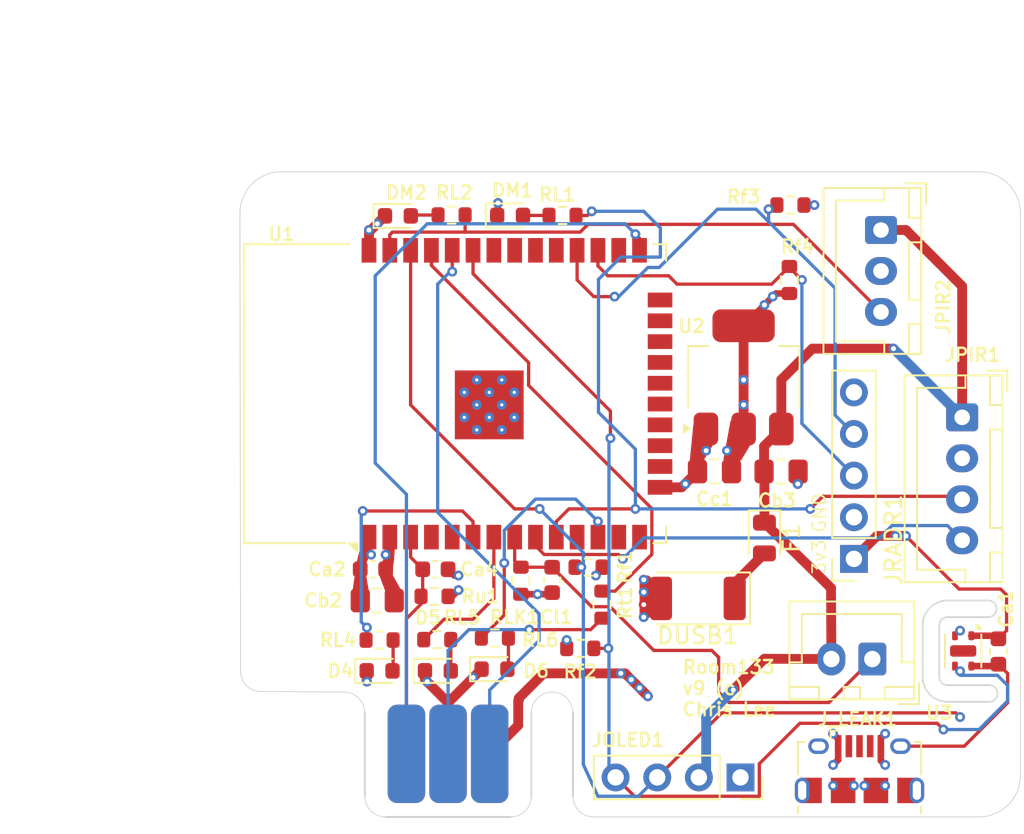
<source format=kicad_pcb>
(kicad_pcb (version 20240108) (generator "pcbnew") (generator_version "8.0")
  (layers (0 "F.Cu" signal) (1 "In1.Cu" signal) (2 "In2.Cu" signal) (31 "B.Cu" signal) (34 "B.Paste" user) (35 "F.Paste" user) (36 "B.SilkS" user "B.Silkscreen") (37 "F.SilkS" user "F.Silkscreen") (38 "B.Mask" user) (39 "F.Mask" user) (44 "Edge.Cuts" user))
  (net 0 "")
  (net 1 "+3.3V")
  (net 2 "GND")
  (net 3 "EN")
  (net 4 "+5V")
  (net 5 "Net-(D4-A)")
  (net 6 "Net-(D5-A)")
  (net 7 "Net-(D6-A)")
  (net 8 "Net-(DM1-A)")
  (net 9 "Net-(DM2-A)")
  (net 10 "VBUS")
  (net 11 "RXC")
  (net 12 "GPIO0")
  (net 13 "SCL1")
  (net 14 "SDA1")
  (net 15 "M1")
  (net 16 "TX")
  (net 19 "M2")
  (net 20 "ALK")
  (net 22 "LED3")
  (net 37 "Net-(DUSB1-K)")
  (net 41 "ALL")
  (net 43 "HLTX")
  (net 44 "HLRX")
  (net 45 "LED1")
  (net 46 "LED2")
  (net 47 "TXC")
  (footprint "Package_TO_SOT_SMD:SOT-223-3_TabPin2" (layer "F.Cu") (at 70.104 68.428 90)
    (property "Reference" "U2")
    (property "Value" "AMS1117-3.3")
  )
  (footprint "Connector_USB:USB_Micro-B_Amphenol_10118194_Horizontal" (layer "F.Cu") (at 77.176 92.332)
    (property "Reference" "J2" (hide yes))
    (property "Value" "USB_B_Micro" (hide yes))
  )
  (footprint "Capacitor_SMD:C_0805_2012Metric_Pad1.18x1.45mm_HandSolder" (layer "F.Cu") (at 72.39 74.168)
    (property "Reference" "Cb3")
    (property "Value" "10uF")
  )
  (footprint "Resistor_SMD:R_0603_1608Metric" (layer "F.Cu") (at 60.135 84.963 180)
    (property "Reference" "Rf2")
    (property "Value" "2.2k")
  )
  (footprint "Resistor_SMD:R_0603_1608Metric" (layer "F.Cu") (at 47.8911 84.455)
    (property "Reference" "RL4")
    (property "Value" "1k" (hide yes))
  )
  (footprint "LED_SMD:LED_0603_1608Metric" (layer "F.Cu") (at 47.891 86.3346)
    (property "Reference" "D4")
    (property "Value" "LED" (hide yes))
  )
  (footprint "Capacitor_SMD:C_0603_1608Metric" (layer "F.Cu") (at 85.650382 85.1554 -90)
    (property "Reference" "Ca1")
    (property "Value" "100nF")
  )
  (footprint "Resistor_SMD:R_0603_1608Metric" (layer "F.Cu") (at 61.468 82.296 -90)
    (property "Reference" "Rt1")
    (property "Value" "470")
  )
  (footprint "Resistor_SMD:R_0603_1608Metric" (layer "F.Cu") (at 51.245 81.788)
    (property "Reference" "Ru1")
    (property "Value" "10k")
  )
  (footprint "Resistor_SMD:R_0603_1608Metric" (layer "F.Cu") (at 51.4096 84.4296)
    (property "Reference" "RL5")
    (property "Value" "1k" (hide yes))
  )
  (footprint "MountingHole:MountingHole_2.5mm" (layer "F.Cu") (at 84.455 58.42)
    (property "Reference" "REF**" (hide yes))
    (property "Value" "MountingHole_2.5mm" (hide yes))
  )
  (footprint "Sensor_Humidity:Sensirion_DFN-4-1EP_2x2mm_P1mm_EP0.7x1.6mm" (layer "F.Cu") (at 83.499382 85.1194 -90)
    (property "Reference" "U3")
    (property "Value" "SHTC3")
  )
  (footprint "Resistor_SMD:R_0603_1608Metric" (layer "F.Cu") (at 72.961 57.912)
    (property "Reference" "Rf3")
    (property "Value" "2.2k" (hide yes))
  )
  (footprint "Resistor_SMD:R_0603_1608Metric" (layer "F.Cu") (at 56.515 80.835 -90)
    (property "Reference" "RLK1")
    (property "Value" "4.7M")
  )
  (footprint "MountingHole:MountingHole_2.5mm" (layer "F.Cu") (at 69.342 60.706)
    (property "Reference" "REF**" (hide yes))
    (property "Value" "MountingHole_2.5mm" (hide yes))
  )
  (footprint "Capacitor_SMD:C_0805_2012Metric_Pad1.18x1.45mm_HandSolder" (layer "F.Cu") (at 68.326 74.168 180)
    (property "Reference" "Cc1")
    (property "Value" "47uF")
  )
  (footprint "Resistor_SMD:R_0603_1608Metric" (layer "F.Cu") (at 60.642 80.01)
    (property "Reference" "Rf1")
    (property "Value" "2.2k")
  )
  (footprint "Diode_SMD:D_0805_2012Metric" (layer "F.Cu") (at 71.374 78.232 -90)
    (property "Reference" "F1")
    (property "Value" "0.5A")
  )
  (footprint "Library:EdgeConnectorA_2x3" (layer "F.Cu") (at 52.07 93.98 180)
    (property "Reference" "J1" (hide yes))
    (property "Value" "Edge2x6_Connector" (hide yes))
    (fp_line (start 5.08 0) (end 5.08 5.08) (stroke (width 0.12)) (layer "Edge.Cuts"))
    (fp_line (start -3.81 -1.27) (end 3.81 -1.27) (stroke (width 0.12)) (layer "Edge.Cuts"))
    (fp_line (start -5.08 5.08) (end -5.08 0) (stroke (width 0.12)) (layer "Edge.Cuts"))
    (fp_line (start -7.62 5.08) (end -7.62 0) (stroke (width 0.12)) (layer "Edge.Cuts"))
    (fp_arc (start 3.81 -1.27) (mid 4.708026 -0.898026) (end 5.08 0) (stroke (width 0.05)) (layer "Edge.Cuts"))
    (fp_arc (start -5.08 5.08) (mid -6.35 6.35) (end -7.62 5.08) (stroke (width 0.05)) (layer "Edge.Cuts"))
    (fp_arc (start -5.08 0) (mid -4.708026 -0.898026) (end -3.81 -1.27) (stroke (width 0.05)) (layer "Edge.Cuts"))
  )
  (footprint "MountingHole:MountingHole_2.5mm" (layer "F.Cu") (at 84.455 92.71)
    (property "Reference" "REF**" (hide yes))
    (property "Value" "MountingHole_2.5mm" (hide yes))
  )
  (footprint "Resistor_SMD:R_0603_1608Metric" (layer "F.Cu") (at 72.898 62.484 -90)
    (property "Reference" "Rf4")
    (property "Value" "2.2k" (hide yes))
  )
  (footprint "Resistor_SMD:R_0603_1608Metric" (layer "F.Cu") (at 52.2854 58.5216 180)
    (property "Reference" "RL2")
    (property "Value" "1k" (hide yes))
  )
  (footprint "Resistor_SMD:R_0603_1608Metric" (layer "F.Cu") (at 54.927 84.328)
    (property "Reference" "RL6")
    (property "Value" "1k" (hide yes))
  )
  (footprint "Capacitor_SMD:C_0603_1608Metric" (layer "F.Cu") (at 58.42 80.785 -90)
    (property "Reference" "Cl1")
    (property "Value" "100nF")
  )
  (footprint "Resistor_SMD:R_0603_1608Metric" (layer "F.Cu") (at 59.055 58.547 180)
    (property "Reference" "RL1")
    (property "Value" "1k" (hide yes))
  )
  (footprint "Connector_JST:JST_XH_B2B-XH-A_1x02_P2.50mm_Vertical" (layer "F.Cu") (at 77.958 85.615 180)
    (property "Reference" "J_LEAK1")
    (property "Value" "Conn_01x02" (hide yes))
  )
  (footprint "Connector_PinSocket_2.54mm:PinSocket_1x05_P2.54mm_Vertical" (layer "F.Cu") (at 76.835 79.502 180)
    (property "Reference" "JRADR1")
    (property "Value" "Conn_01x05_Socket" (hide yes))
  )
  (footprint "Capacitor_SMD:C_0805_2012Metric_Pad1.18x1.45mm_HandSolder" (layer "F.Cu") (at 47.752 82.042 180)
    (property "Reference" "Cb2")
    (property "Value" "10uF")
  )
  (footprint "Diode_SMD:D_2010_5025Metric" (layer "F.Cu") (at 67.31 81.915 180)
    (property "Reference" "DUSB1")
    (property "Value" "SS14")
  )
  (footprint "Connector_PinSocket_2.54mm:PinSocket_1x04_P2.54mm_Vertical" (layer "F.Cu") (at 69.9135 92.837 -90)
    (property "Reference" "JOLED1")
    (property "Value" "Conn_01x04_Socket" (hide yes))
  )
  (footprint "LED_SMD:LED_0603_1608Metric" (layer "F.Cu") (at 51.4471 86.3346)
    (property "Reference" "D5")
    (property "Value" "LED" (hide yes))
  )
  (footprint "Capacitor_SMD:C_0603_1608Metric" (layer "F.Cu") (at 47.485 80.137 180)
    (property "Reference" "Ca2")
    (property "Value" "100nF")
  )
  (footprint "Capacitor_SMD:C_0603_1608Metric" (layer "F.Cu") (at 51.295 80.137 180)
    (property "Reference" "Ca4")
    (property "Value" "100nF")
  )
  (footprint "LED_SMD:LED_0603_1608Metric" (layer "F.Cu") (at 54.9015 86.233)
    (property "Reference" "D6")
    (property "Value" "LED" (hide yes))
  )
  (footprint "Connector_JST:JST_XH_B3B-XH-A_1x03_P2.50mm_Vertical" (layer "F.Cu") (at 78.486 59.436 -90)
    (property "Reference" "JPIR2")
    (property "Value" "Conn_01x03_Pin" (hide yes))
  )
  (footprint "Connector_JST:JST_XH_B4B-XH-A_1x04_P2.50mm_Vertical" (layer "F.Cu") (at 83.439 70.866 -90)
    (property "Reference" "JPIR1")
    (property "Value" "Conn_01x04_Pin" (hide yes))
  )
  (footprint "RF_Module:ESP32-WROOM-32" (layer "F.Cu") (at 55.494 69.425 90)
    (property "Reference" "U1")
    (property "Value" "ESP32-WROOM-32")
  )
  (footprint "LED_SMD:LED_0603_1608Metric" (layer "F.Cu") (at 49.0087 58.5724)
    (property "Reference" "DM2")
    (property "Value" "LED" (hide yes))
  )
  (footprint "LED_SMD:LED_0603_1608Metric" (layer "F.Cu") (at 55.8545 58.547)
    (property "Reference" "DM1")
    (property "Value" "LED" (hide yes))
  )
  (gr_line (start 39.37 58.42) (end 39.41 86.36) (stroke (width 0.05)) (layer "Edge.Cuts"))
  (gr_line (start 86.995 58.42) (end 86.995 92.71) (stroke (width 0.05)) (layer "Edge.Cuts"))
  (gr_line (start 85.09 88.225159) (end 82.55 88.225159) (stroke (width 0.1)) (layer "Edge.Cuts"))
  (gr_arc (start 86.995 92.71) (mid 86.251051 94.506051) (end 84.455 95.25) (stroke (width 0.05)) (layer "Edge.Cuts"))
  (gr_arc (start 39.37 58.42) (mid 40.113949 56.623949) (end 41.91 55.88) (stroke (width 0.05)) (layer "Edge.Cuts"))
  (gr_arc (start 60.96 95.25) (mid 60.061974 94.878026) (end 59.69 93.98) (stroke (width 0.05)) (layer "Edge.Cuts"))
  (gr_arc (start 82.55 87.209159) (mid 82.190783 87.060377) (end 82.042 86.701159) (stroke (width 0.1)) (layer "Edge.Cuts"))
  (gr_line (start 81.026 86.701159) (end 81.026 83.566) (stroke (width 0.1)) (layer "Edge.Cuts"))
  (gr_arc (start 45.72 87.63) (mid 46.618026 88.001974) (end 46.99 88.9) (stroke (width 0.05)) (layer "Edge.Cuts"))
  (gr_arc (start 81.026 83.566) (mid 81.4724 82.4884) (end 82.55 82.042) (stroke (width 0.1)) (layer "Edge.Cuts"))
  (gr_arc (start 82.55 88.225159) (mid 81.472362 87.778798) (end 81.026 86.701159) (stroke (width 0.1)) (layer "Edge.Cuts"))
  (gr_line (start 85.028369 83.058) (end 82.55 83.058) (stroke (width 0.1)) (layer "Edge.Cuts"))
  (gr_line (start 82.042 83.566) (end 82.042 86.701159) (stroke (width 0.1)) (layer "Edge.Cuts"))
  (gr_arc (start 84.455 55.88) (mid 86.251051 56.623949) (end 86.995 58.42) (stroke (width 0.05)) (layer "Edge.Cuts"))
  (gr_line (start 84.455 95.25) (end 60.96 95.25) (stroke (width 0.05)) (layer "Edge.Cuts"))
  (gr_arc (start 40.64 87.59) (mid 39.770259 87.229741) (end 39.41 86.36) (stroke (width 0.05)) (layer "Edge.Cuts"))
  (gr_arc (start 85.028369 82.042) (mid 85.536369 82.55) (end 85.028369 83.058) (stroke (width 0.1)) (layer "Edge.Cuts"))
  (gr_arc (start 85.09 87.209159) (mid 85.598 87.717159) (end 85.09 88.225159) (stroke (width 0.1)) (layer "Edge.Cuts"))
  (gr_arc (start 82.042 83.566) (mid 82.190819 83.206818) (end 82.55 83.058) (stroke (width 0.1)) (layer "Edge.Cuts"))
  (gr_line (start 40.64 87.59) (end 45.72 87.629371) (stroke (width 0.05)) (layer "Edge.Cuts"))
  (gr_line (start 82.55 82.042) (end 85.028369 82.042) (stroke (width 0.1)) (layer "Edge.Cuts"))
  (gr_line (start 41.91 55.88) (end 84.455 55.88) (stroke (width 0.05)) (layer "Edge.Cuts"))
  (gr_line (start 82.55 87.209159) (end 85.09 87.209159) (stroke (width 0.1)) (layer "Edge.Cuts"))
  (gr_text "GND" (at 75.184 77.978 90) (layer "F.SilkS") (effects (font (size 0.8 0.8) (thickness 0.1)) (justify left bottom)))
  (gr_text "Room133\nv9 (c)\nChris Lee" (at 66.294 89.154 0) (layer "F.SilkS") (effects (font (size 0.8 0.8)) (justify left bottom)))
  (gr_text "3v3" (at 75.184 80.518 90) (layer "F.SilkS") (effects (font (size 0.8 0.8) (thickness 0.1)) (justify left bottom)))
  (segment (start 61.467 80.01) (end 61.467 80.138) (width 0.4) (layer "F.Cu") (net 1))
  (segment (start 59.309 84.455) (end 59.31 84.456) (width 0.4) (layer "F.Cu") (net 1))
  (segment (start 78.232 78.105) (end 76.835 79.502) (width 0.6) (layer "F.Cu") (net 1))
  (segment (start 85.650382 84.3804) (end 86.150491 83.880291) (width 0.2) (layer "F.Cu") (net 1))
  (segment (start 83.999382 84.1944) (end 85.464382 84.1944) (width 0.4) (layer "F.Cu") (net 1))
  (segment (start 72.898 63.309) (end 72.073 63.309) (width 0.4) (layer "F.Cu") (net 1))
  (segment (start 83.2485 81.3435) (end 80.01 78.105) (width 0.2) (layer "F.Cu") (net 1))
  (segment (start 85.7885 81.3435) (end 83.2485 81.3435) (width 0.2) (layer "F.Cu") (net 1))
  (segment (start 70.104 71.578) (end 70.104 70.104) (width 0.6) (layer "F.Cu") (net 1))
  (segment (start 73.786 57.912) (end 74.422 57.912) (width 0.4) (layer "F.Cu") (net 1))
  (segment (start 80.01 78.105) (end 79.375 78.105) (width 0.6) (layer "F.Cu") (net 1))
  (segment (start 71.374 64.008) (end 70.104 65.278) (width 0.4) (layer "F.Cu") (net 1))
  (segment (start 52.07 81.788) (end 52.324 81.788) (width 0.4) (layer "F.Cu") (net 1))
  (segment (start 86.150491 81.705491) (end 85.7885 81.3435) (width 0.2) (layer "F.Cu") (net 1))
  (segment (start 59.31 84.963) (end 59.309 84.455) (width 0.4) (layer "F.Cu") (net 1))
  (segment (start 61.467 80.138) (end 61.087 80.518) (width 0.4) (layer "F.Cu") (net 1))
  (segment (start 70.104 70.104) (end 70.104 68.58) (width 0.6) (layer "F.Cu") (net 1))
  (segment (start 72.073 63.309) (end 71.882 63.5) (width 0.4) (layer "F.Cu") (net 1))
  (segment (start 79.375 78.105) (end 78.232 78.105) (width 0.6) (layer "F.Cu") (net 1))
  (segment (start 86.150491 83.880291) (end 86.150491 81.705491) (width 0.2) (layer "F.Cu") (net 1))
  (segment (start 71.882 63.5) (end 71.374 64.008) (width 0.4) (layer "F.Cu") (net 1))
  (segment (start 52.324 81.788) (end 52.705 81.407) (width 0.4) (layer "F.Cu") (net 1))
  (segment (start 85.464382 84.1944) (end 85.650382 84.3804) (width 0.4) (layer "F.Cu") (net 1))
  (segment (start 70.104 68.58) (end 70.104 65.278) (width 0.6) (layer "F.Cu") (net 1))
  (via (at 80.01 78.105) (size 0.6) (drill 0.3) (layers "F.Cu" "B.Cu") (net 1))
  (via (at 70.104 68.58) (size 0.6) (drill 0.3) (layers "F.Cu" "B.Cu") (net 1))
  (via (at 61.087 80.518) (size 0.6) (drill 0.3) (layers "F.Cu" "B.Cu") (net 1))
  (via (at 71.374 64.008) (size 0.6) (drill 0.3) (layers "F.Cu" "B.Cu") (net 1))
  (via (at 59.309 84.455) (size 0.6) (drill 0.3) (layers "F.Cu" "B.Cu") (net 1))
  (via (at 79.375 78.105) (size 0.6) (drill 0.3) (layers "F.Cu" "B.Cu") (net 1))
  (via (at 70.104 70.104) (size 0.6) (drill 0.3) (layers "F.Cu" "B.Cu") (net 1))
  (via (at 71.882 63.5) (size 0.6) (drill 0.3) (layers "F.Cu" "B.Cu") (net 1))
  (via (at 48.26 79.248) (size 0.6) (drill 0.3) (layers "F.Cu" "B.Cu") (net 1))
  (via (at 69.088 72.898) (size 0.6) (drill 0.3) (layers "F.Cu" "B.Cu") (net 1))
  (via (at 52.705 81.407) (size 0.6) (drill 0.3) (layers "F.Cu" "B.Cu") (net 1))
  (via (at 74.422 57.912) (size 0.6) (drill 0.3) (layers "F.Cu" "B.Cu") (net 1))
  (segment (start 86.211874 88.286126) (end 86.211874 86.491892) (width 0.2) (layer "F.Cu") (net 2))
  (segment (start 47.7386 59.055) (end 47.3576 59.436) (width 0.6) (layer "F.Cu") (net 2))
  (segment (start 55.067 58.547) (end 55.118 57.785) (width 0.4) (layer "F.Cu") (net 2))
  (segment (start 73.406 74.93) (end 73.4275 74.9085) (width 0.6) (layer "F.Cu") (net 2))
  (segment (start 65.004 75.135) (end 66.3215 75.135) (width 0.6) (layer "F.Cu") (net 2))
  (segment (start 47.752 59.0416) (end 47.752 59.055) (width 0.6) (layer "F.Cu") (net 2))
  (segment (start 47.3576 59.436) (end 47.244 59.436) (width 0.6) (layer "F.Cu") (net 2))
  (segment (start 50.8 86.995) (end 50.788 86.995) (width 0.6) (layer "F.Cu") (net 2))
  (segment (start 50.788 86.995) (end 50.6596 86.8666) (width 0.6) (layer "F.Cu") (net 2))
  (segment (start 66.5265 74.93) (end 66.548 74.93) (width 0.6) (layer "F.Cu") (net 2))
  (segment (start 53.594 86.741) (end 53.606 86.741) (width 0.6) (layer "F.Cu") (net 2))
  (segment (start 57.277 81.661) (end 57.278 81.66) (width 0.4) (layer "F.Cu") (net 2))
  (segment (start 53.606 86.741) (end 54.114 86.233) (width 0.6) (layer "F.Cu") (net 2))
  (segment (start 57.278 81.66) (end 57.784 81.66) (width 0.4) (layer "F.Cu") (net 2))
  (segment (start 83.566 90.932) (end 86.211874 88.286126) (width 0.2) (layer "F.Cu") (net 2))
  (segment (start 53.594 86.753) (end 53.594 86.741) (width 0.6) (layer "F.Cu") (net 2))
  (segment (start 57.784 81.66) (end 57.785 81.661) (width 0.4) (layer "F.Cu") (net 2))
  (segment (start 86.211874 86.491892) (end 85.650382 85.9304) (width 0.2) (layer "F.Cu") (net 2))
  (segment (start 57.785 81.661) (end 57.786 81.66) (width 0.4) (layer "F.Cu") (net 2))
  (segment (start 66.548 74.9085) (end 67.2885 74.168) (width 0.6) (layer "F.Cu") (net 2))
  (segment (start 66.548 74.93) (end 66.548 74.9085) (width 0.6) (layer "F.Cu") (net 2))
  (segment (start 78.476 90.434) (end 78.74 90.17) (width 0.4) (layer "F.Cu") (net 2))
  (segment (start 66.3215 75.135) (end 66.5265 74.93) (width 0.6) (layer "F.Cu") (net 2))
  (segment (start 47.1035 86.3346) (end 47.1035 86.9815) (width 0.6) (layer "F.Cu") (net 2))
  (segment (start 50.6596 86.8666) (end 50.6596 86.3346) (width 0.6) (layer "F.Cu") (net 2))
  (segment (start 50.8 87.007) (end 50.8 86.995) (width 0.6) (layer "F.Cu") (net 2))
  (segment (start 47.1035 86.9815) (end 47.117 86.995) (width 0.6) (layer "F.Cu") (net 2))
  (segment (start 52.451 80.518) (end 52.07 80.137) (width 0.4) (layer "F.Cu") (net 2))
  (segment (start 78.476 91.811) (end 78.74 92.075) (width 0.4) (layer "F.Cu") (net 2))
  (segment (start 58.32 81.66) (end 58.42 81.56) (width 0.4) (layer "F.Cu") (net 2))
  (segment (start 47.752 59.055) (end 47.7386 59.055) (width 0.6) (layer "F.Cu") (net 2))
  (segment (start 73.4275 74.168) (end 73.406 74.93) (width 0.6) (layer "F.Cu") (net 2))
  (segment (start 79.676 90.932) (end 83.566 90.932) (width 0.2) (layer "F.Cu") (net 2))
  (segment (start 48.2212 58.5724) (end 47.752 59.0416) (width 0.6) (layer "F.Cu") (net 2))
  (segment (start 47.244 59.5496) (end 47.244 60.675) (width 0.6) (layer "F.Cu") (net 2))
  (segment (start 85.536382 86.0444) (end 85.650382 85.9304) (width 0.4) (layer "F.Cu") (net 2))
  (segment (start 52.705 80.518) (end 52.451 80.518) (width 0.4) (layer "F.Cu") (net 2))
  (segment (start 78.476 90.932) (end 78.476 90.434) (width 0.4) (layer "F.Cu") (net 2))
  (segment (start 52.07 88.277) (end 50.8 87.007) (width 0.6) (layer "F.Cu") (net 2))
  (segment (start 52.07 88.277) (end 53.594 86.753) (width 0.6) (layer "F.Cu") (net 2))
  (segment (start 83.999382 86.0444) (end 85.536382 86.0444) (width 0.4) (layer "F.Cu") (net 2))
  (segment (start 52.07 91.4) (end 52.07 88.277) (width 0.6) (layer "F.Cu") (net 2))
  (segment (start 78.476 90.932) (end 78.476 91.811) (width 0.4) (layer "F.Cu") (net 2))
  (segment (start 57.786 81.66) (end 58.32 81.66) (width 0.4) (layer "F.Cu") (net 2))
  (segment (start 57.276 81.66) (end 57.277 81.661) (width 0.4) (layer "F.Cu") (net 2))
  (segment (start 47.244 59.436) (end 47.244 59.5496) (width 0.6) (layer "F.Cu") (net 2))
  (segment (start 56.515 81.66) (end 57.276 81.66) (width 0.4) (layer "F.Cu") (net 2))
  (via (at 76.835 93.345) (size 0.6) (drill 0.3) (layers "F.Cu" "B.Cu") (net 2))
  (via (at 78.74 93.345) (size 0.6) (drill 0.3) (layers "F.Cu" "B.Cu") (net 2))
  (via (at 66.548 74.93) (size 0.6) (drill 0.3) (layers "F.Cu" "B.Cu") (net 2))
  (via (at 50.8 86.995) (size 0.6) (drill 0.3) (layers "F.Cu" "B.Cu") (net 2))
  (via (at 47.752 59.055) (size 0.6) (drill 0.3) (layers "F.Cu" "B.Cu") (net 2))
  (via (at 77.47 93.345) (size 0.6) (drill 0.3) (layers "F.Cu" "B.Cu") (net 2))
  (via (at 52.705 80.518) (size 0.6) (drill 0.3) (layers "F.Cu" "B.Cu") (net 2))
  (via (at 73.406 74.93) (size 0.6) (drill 0.3) (layers "F.Cu" "B.Cu") (net 2))
  (via (at 57.531 81.661) (size 0.6) (drill 0.3) (layers "F.Cu" "B.Cu") (net 2))
  (via (at 47.117 86.995) (size 0.6) (drill 0.3) (layers "F.Cu" "B.Cu") (net 2))
  (via (at 75.565 93.345) (size 0.6) (drill 0.3) (layers "F.Cu" "B.Cu") (net 2))
  (via (at 53.594 86.741) (size 0.6) (drill 0.3) (layers "F.Cu" "B.Cu") (net 2))
  (via (at 55.118 57.785) (size 0.6) (drill 0.3) (layers "F.Cu" "B.Cu") (net 2))
  (via (at 47.244 59.436) (size 0.6) (drill 0.3) (layers "F.Cu" "B.Cu") (net 2))
  (via (at 67.818 72.898) (size 0.6) (drill 0.3) (layers "F.Cu" "B.Cu") (net 2))
  (via (at 78.74 90.17) (size 0.6) (drill 0.3) (layers "F.Cu" "B.Cu") (net 2))
  (via (at 47.371 79.248) (size 0.6) (drill 0.3) (layers "F.Cu" "B.Cu") (net 2))
  (via (at 78.74 92.075) (size 0.6) (drill 0.3) (layers "F.Cu" "B.Cu") (net 2))
  (segment (start 49.53 91.4) (end 49.53 83.153) (width 0.2) (layer "F.Cu") (net 3))
  (segment (start 49.784 78.175) (end 49.784 79.401) (width 0.2) (layer "F.Cu") (net 3))
  (segment (start 50.42 82.263) (end 50.42 81.788) (width 0.2) (layer "F.Cu") (net 3))
  (segment (start 49.784 79.401) (end 50.52 80.137) (width 0.2) (layer "F.Cu") (net 3))
  (segment (start 50.52 80.137) (end 50.52 81.688) (width 0.2) (layer "F.Cu") (net 3))
  (segment (start 50.52 81.688) (end 50.42 81.788) (width 0.2) (layer "F.Cu") (net 3))
  (segment (start 49.53 83.153) (end 50.42 82.263) (width 0.2) (layer "F.Cu") (net 3))
  (segment (start 71.374 77.2945) (end 75.438 81.28) (width 0.6) (layer "F.Cu") (net 4))
  (segment (start 72.404 71.578) (end 72.404 68.566) (width 0.6) (layer "F.Cu") (net 4))
  (segment (start 75.438 81.28) (end 75.458 85.615) (width 0.6) (layer "F.Cu") (net 4))
  (segment (start 71.3525 74.168) (end 71.3525 72.6295) (width 0.6) (layer "F.Cu") (net 4))
  (segment (start 72.404 68.566) (end 74.295 66.675) (width 0.6) (layer "F.Cu") (net 4))
  (segment (start 83.439 62.865) (end 83.439 70.866) (width 0.6) (layer "F.Cu") (net 4))
  (segment (start 80.01 59.436) (end 83.439 62.865) (width 0.6) (layer "F.Cu") (net 4))
  (segment (start 71.374 77.2945) (end 71.374 74.1895) (width 0.6) (layer "F.Cu") (net 4))
  (segment (start 75.458 85.615) (end 71.374 85.598) (width 0.6) (layer "F.Cu") (net 4))
  (segment (start 71.374 74.1895) (end 71.3525 74.168) (width 0.6) (layer "F.Cu") (net 4))
  (segment (start 71.3525 72.6295) (end 72.404 71.578) (width 0.6) (layer "F.Cu") (net 4))
  (segment (start 78.486 59.436) (end 80.01 59.436) (width 0.6) (layer "F.Cu") (net 4))
  (segment (start 74.295 66.675) (end 79.248 66.675) (width 0.6) (layer "F.Cu") (net 4))
  (segment (start 71.374 85.598) (end 69.469 87.503) (width 0.6) (layer "F.Cu") (net 4))
  (via (at 69.469 87.503) (size 0.6) (drill 0.3) (layers "F.Cu" "B.Cu") (net 4))
  (via (at 79.248 66.675) (size 0.6) (drill 0.3) (layers "F.Cu" "B.Cu") (net 4))
  (segment (start 67.818 89.154) (end 67.818 92.837) (width 0.6) (layer "B.Cu") (net 4))
  (segment (start 69.469 87.503) (end 67.818 89.154) (width 0.6) (layer "B.Cu") (net 4))
  (segment (start 79.248 66.675) (end 83.439 70.866) (width 0.6) (layer "B.Cu") (net 4))
  (segment (start 48.7161 84.455) (end 48.7161 86.297) (width 0.2) (layer "F.Cu") (net 5))
  (segment (start 48.7161 86.297) (end 48.6785 86.3346) (width 0.2) (layer "F.Cu") (net 5))
  (segment (start 52.2346 84.4296) (end 52.2346 86.3346) (width 0.2) (layer "F.Cu") (net 6))
  (segment (start 55.752 86.17) (end 55.689 86.233) (width 0.2) (layer "F.Cu") (net 7))
  (segment (start 55.752 84.328) (end 55.752 86.17) (width 0.2) (layer "F.Cu") (net 7))
  (segment (start 56.642 58.547) (end 58.23 58.547) (width 0.2) (layer "F.Cu") (net 8))
  (segment (start 51.4604 58.5216) (end 49.847 58.5216) (width 0.2) (layer "F.Cu") (net 9))
  (segment (start 49.847 58.5216) (end 49.7962 58.5724) (width 0.2) (layer "F.Cu") (net 9))
  (segment (start 75.876 90.932) (end 75.876 90.481) (width 0.4) (layer "F.Cu") (net 10))
  (segment (start 57.900865 86.487) (end 62.865 86.487) (width 0.6) (layer "F.Cu") (net 10))
  (segment (start 56.388 87.999865) (end 57.900865 86.487) (width 0.6) (layer "F.Cu") (net 10))
  (segment (start 75.876 90.481) (end 75.565 90.17) (width 0.4) (layer "F.Cu") (net 10))
  (segment (start 75.876 91.764) (end 75.565 92.075) (width 0.4) (layer "F.Cu") (net 10))
  (segment (start 63.754 87.376) (end 64.262 87.884) (width 0.6) (layer "F.Cu") (net 10))
  (segment (start 62.865 86.487) (end 64.262 87.884) (width 0.6) (layer "F.Cu") (net 10))
  (segment (start 54.61 91.4) (end 56.35 89.66) (width 0.6) (layer "F.Cu") (net 10))
  (segment (start 75.876 90.932) (end 75.876 91.764) (width 0.4) (layer "F.Cu") (net 10))
  (segment (start 56.388 88.138) (end 56.388 87.999865) (width 0.6) (layer "F.Cu") (net 10))
  (segment (start 56.35 88.176) (end 56.388 88.138) (width 0.6) (layer "F.Cu") (net 10))
  (segment (start 56.35 89.66) (end 56.35 88.176) (width 0.6) (layer "F.Cu") (net 10))
  (via (at 75.565 92.075) (size 0.6) (drill 0.3) (layers "F.Cu" "B.Cu") (net 10))
  (via (at 63.246 86.868) (size 0.6) (drill 0.3) (layers "F.Cu" "B.Cu") (net 10))
  (via (at 63.754 87.376) (size 0.6) (drill 0.3) (layers "F.Cu" "B.Cu") (net 10))
  (via (at 64.008 82.296) (size 0.6) (drill 0.3) (layers "F.Cu" "B.Cu") (remove_unused_layers yes) (zone_layer_connections "F.Cu" "In2.Cu") (net 10))
  (via (at 64.008 83.058) (size 0.6) (drill 0.3) (layers "F.Cu" "B.Cu") (net 10))
  (via (at 75.565 90.17) (size 0.6) (drill 0.3) (layers "F.Cu" "B.Cu") (net 10))
  (via (at 64.008 81.534) (size 0.6) (drill 0.3) (layers "F.Cu" "B.Cu") (net 10))
  (via (at 62.611 86.487) (size 0.6) (drill 0.3) (layers "F.Cu" "B.Cu") (net 10))
  (via (at 64.008 80.772) (size 0.6) (drill 0.3) (layers "F.Cu" "B.Cu") (net 10))
  (via (at 64.262 87.884) (size 0.6) (drill 0.3) (layers "F.Cu" "B.Cu") (net 10))
  (segment (start 60.769 83.82) (end 61.468 83.121) (width 0.2) (layer "F.Cu") (net 11))
  (segment (start 57.023 83.82) (end 60.769 83.82) (width 0.2) (layer "F.Cu") (net 11))
  (via (at 57.023 83.82) (size 0.6) (drill 0.3) (layers "F.Cu" "B.Cu") (net 11))
  (segment (start 52.07 85.09) (end 52.07 91.4) (width 0.2) (layer "B.Cu") (net 11))
  (segment (start 53.34 83.82) (end 52.07 85.09) (width 0.2) (layer "B.Cu") (net 11))
  (segment (start 57.023 83.82) (end 53.34 83.82) (width 0.2) (layer "B.Cu") (net 11))
  (segment (start 63.754 60.675) (end 63.754 59.944) (width 0.2) (layer "F.Cu") (net 12))
  (segment (start 63.754 59.944) (end 63.5 59.69) (width 0.2) (layer "F.Cu") (net 12))
  (via (at 63.5 59.69) (size 0.6) (drill 0.3) (layers "F.Cu" "B.Cu") (net 12))
  (segment (start 47.625 73.66) (end 49.53 75.565) (width 0.2) (layer "B.Cu") (net 12))
  (segment (start 47.625 73.66) (end 47.625 62.23) (width 0.2) (layer "B.Cu") (net 12))
  (segment (start 62.865 59.055) (end 63.5 59.69) (width 0.2) (layer "B.Cu") (net 12))
  (segment (start 50.8 59.055) (end 62.865 59.055) (width 0.2) (layer "B.Cu") (net 12))
  (segment (start 49.53 91.4) (end 49.53 75.565) (width 0.2) (layer "B.Cu") (net 12))
  (segment (start 47.625 62.23) (end 50.8 59.055) (width 0.2) (layer "B.Cu") (net 12))
  (segment (start 68.7705 88.9) (end 83.058 88.9) (width 0.2) (layer "F.Cu") (net 13))
  (segment (start 83.058 88.9) (end 83.312 89.154) (width 0.2) (layer "F.Cu") (net 13))
  (segment (start 49.784 60.675) (end 49.784 70.105) (width 0.2) (layer "F.Cu") (net 13))
  (segment (start 64.8335 92.837) (end 68.7705 88.9) (width 0.2) (layer "F.Cu") (net 13))
  (segment (start 82.999382 84.1944) (end 83.312 83.881782) (width 0.2) (layer "F.Cu") (net 13))
  (segment (start 56.133 76.454) (end 57.658 76.454) (width 0.2) (layer "F.Cu") (net 13))
  (segment (start 49.784 70.105) (end 56.133 76.454) (width 0.2) (layer "F.Cu") (net 13))
  (via (at 83.312 83.881782) (size 0.6) (drill 0.3) (layers "F.Cu" "B.Cu") (net 13))
  (via (at 57.658 76.454) (size 0.6) (drill 0.3) (layers "F.Cu" "B.Cu") (net 13))
  (via (at 83.312 89.154) (size 0.6) (drill 0.3) (layers "F.Cu" "B.Cu") (net 13))
  (via (at 60.198 80.01) (size 0.6) (drill 0.3) (layers "F.Cu" "B.Cu") (net 13))
  (segment (start 60.325 92.050346) (end 60.325 80.137) (width 0.2) (layer "B.Cu") (net 13))
  (segment (start 61.214 93.987) (end 63.6835 93.987) (width 0.2) (layer "B.Cu") (net 13))
  (segment (start 63.6835 93.987) (end 64.8335 92.837) (width 0.2) (layer "B.Cu") (net 13))
  (segment (start 57.658 76.454) (end 60.325 79.121) (width 0.2) (layer "B.Cu") (net 13))
  (segment (start 61.214 93.987) (end 60.325 92.050346) (width 0.2) (layer "B.Cu") (net 13))
  (segment (start 60.325 79.883) (end 60.325 79.121) (width 0.2) (layer "B.Cu") (net 13))
  (segment (start 60.198 80.01) (end 60.325 79.883) (width 0.2) (layer "B.Cu") (net 13))
  (segment (start 60.325 80.137) (end 60.198 80.01) (width 0.2) (layer "B.Cu") (net 13))
  (segment (start 71.0635 92.0045) (end 73.533 89.535) (width 0.2) (layer "F.Cu") (net 14))
  (segment (start 81.915 89.535) (end 82.296 89.916) (width 0.2) (layer "F.Cu") (net 14))
  (segment (start 62.2935 92.837) (end 63.4435 93.987) (width 0.2) (layer "F.Cu") (net 14))
  (segment (start 83.312 86.357018) (end 82.999382 86.0444) (width 0.2) (layer "F.Cu") (net 14))
  (segment (start 60.96 84.963) (end 61.849 84.963) (width 0.2) (layer "F.Cu") (net 14))
  (segment (start 53.594 62.103) (end 61.976 70.485) (width 0.2) (layer "F.Cu") (net 14))
  (segment (start 73.533 89.535) (end 81.915 89.535) (width 0.2) (layer "F.Cu") (net 14))
  (segment (start 61.976 70.485) (end 61.976 72.136) (width 0.2) (layer "F.Cu") (net 14))
  (segment (start 53.594 60.675) (end 53.594 62.103) (width 0.2) (layer "F.Cu") (net 14))
  (segment (start 63.4435 93.987) (end 71.0635 93.987) (width 0.2) (layer "F.Cu") (net 14))
  (segment (start 71.0635 93.987) (end 71.0635 92.0045) (width 0.2) (layer "F.Cu") (net 14))
  (via (at 83.312 86.357018) (size 0.6) (drill 0.3) (layers "F.Cu" "B.Cu") (net 14))
  (via (at 61.849 84.963) (size 0.6) (drill 0.3) (layers "F.Cu" "B.Cu") (net 14))
  (via (at 61.976 72.136) (size 0.6) (drill 0.3) (layers "F.Cu" "B.Cu") (net 14))
  (via (at 82.296 89.916) (size 0.6) (drill 0.3) (layers "F.Cu" "B.Cu") (net 14))
  (segment (start 61.849 84.963) (end 61.888 84.924) (width 0.2) (layer "B.Cu") (net 14))
  (segment (start 61.888 85.002) (end 61.888 92.4315) (width 0.2) (layer "B.Cu") (net 14))
  (segment (start 85.593159 86.609159) (end 83.312 86.609159) (width 0.2) (layer "B.Cu") (net 14))
  (segment (start 61.888 84.924) (end 61.888 72.175) (width 0.2) (layer "B.Cu") (net 14))
  (segment (start 61.888 72.175) (end 61.849 72.136) (width 0.2) (layer "B.Cu") (net 14))
  (segment (start 86.211874 88.177855) (end 86.211874 87.227874) (width 0.2) (layer "B.Cu") (net 14))
  (segment (start 86.211874 87.227874) (end 85.593159 86.609159) (width 0.2) (layer "B.Cu") (net 14))
  (segment (start 61.976 72.136) (end 61.976 72.263) (width 0.2) (layer "B.Cu") (net 14))
  (segment (start 61.849 84.963) (end 61.888 85.002) (width 0.2) (layer "B.Cu") (net 14))
  (segment (start 61.976 72.263) (end 61.849 72.136) (width 0.2) (layer "B.Cu") (net 14))
  (segment (start 84.473728 89.916) (end 86.211874 88.177855) (width 0.2) (layer "B.Cu") (net 14))
  (segment (start 61.849 72.136) (end 61.976 72.136) (width 0.2) (layer "B.Cu") (net 14))
  (segment (start 82.296 89.916) (end 84.473728 89.916) (width 0.2) (layer "B.Cu") (net 14))
  (segment (start 61.888 92.4315) (end 62.2935 92.837) (width 0.2) (layer "B.Cu") (net 14))
  (segment (start 59.445 76.454) (end 63.5 76.454) (width 0.2) (layer "F.Cu") (net 15))
  (segment (start 83.258 75.685) (end 74.937 75.685) (width 0.2) (layer "F.Cu") (net 15))
  (segment (start 58.674 78.175) (end 58.674 77.225) (width 0.2) (layer "F.Cu") (net 15))
  (segment (start 60.579 58.547) (end 60.833 58.293) (width 0.2) (layer "F.Cu") (net 15))
  (segment (start 74.937 75.685) (end 74.168 76.454) (width 0.2) (layer "F.Cu") (net 15))
  (segment (start 59.88 58.547) (end 60.579 58.547) (width 0.2) (layer "F.Cu") (net 15))
  (segment (start 58.674 77.225) (end 59.445 76.454) (width 0.2) (layer "F.Cu") (net 15))
  (segment (start 83.439 75.866) (end 83.258 75.685) (width 0.2) (layer "F.Cu") (net 15))
  (via (at 63.5 76.454) (size 0.6) (drill 0.3) (layers "F.Cu" "B.Cu") (net 15))
  (via (at 74.168 76.454) (size 0.6) (drill 0.3) (layers "F.Cu" "B.Cu") (net 15))
  (via (at 60.833 58.293) (size 0.6) (drill 0.3) (layers "F.Cu" "B.Cu") (net 15))
  (segment (start 60.833 58.293) (end 64.008 58.293) (width 0.2) (layer "B.Cu") (net 15))
  (segment (start 65.024 61.087) (end 65.024 59.309) (width 0.2) (layer "B.Cu") (net 15))
  (segment (start 65.024 59.309) (end 64.008 58.293) (width 0.2) (layer "B.Cu") (net 15))
  (segment (start 63.5 76.454) (end 74.168 76.454) (width 0.2) (layer "B.Cu") (net 15))
  (segment (start 61.249 62.449) (end 62.611 61.087) (width 0.2) (layer "B.Cu") (net 15))
  (segment (start 63.5 76.454) (end 63.5 72.811471) (width 0.2) (layer "B.Cu") (net 15))
  (segment (start 62.611 61.087) (end 65.024 61.087) (width 0.2) (layer "B.Cu") (net 15))
  (segment (start 63.5 72.811471) (end 61.249 70.560471) (width 0.2) (layer "B.Cu") (net 15))
  (segment (start 61.249 70.560471) (end 61.249 62.449) (width 0.2) (layer "B.Cu") (net 15))
  (segment (start 62.258 81.471) (end 64.504 79.225) (width 0.2) (layer "F.Cu") (net 16))
  (segment (start 64.504 76.435) (end 56.984 68.915) (width 0.2) (layer "F.Cu") (net 16))
  (segment (start 64.504 79.225) (end 64.504 76.435) (width 0.2) (layer "F.Cu") (net 16))
  (segment (start 61.468 81.471) (end 62.258 81.471) (width 0.2) (layer "F.Cu") (net 16))
  (segment (start 51.054 61.595) (end 51.054 60.675) (width 0.2) (layer "F.Cu") (net 16))
  (segment (start 56.984 68.915) (end 56.984 67.525) (width 0.2) (layer "F.Cu") (net 16))
  (segment (start 56.984 67.525) (end 51.054 61.595) (width 0.2) (layer "F.Cu") (net 16))
  (segment (start 48.676 59.563) (end 48.514 59.725) (width 0.2) (layer "F.Cu") (net 19))
  (segment (start 53.1104 59.5386) (end 53.086 59.563) (width 0.2) (layer "F.Cu") (net 19))
  (segment (start 48.514 59.725) (end 48.514 60.675) (width 0.2) (layer "F.Cu") (net 19))
  (segment (start 60.133 59.563) (end 53.086 59.563) (width 0.2) (layer "F.Cu") (net 19))
  (segment (start 78.486 64.436) (end 73.14 59.09) (width 0.2) (layer "F.Cu") (net 19))
  (segment (start 60.606 59.09) (end 60.133 59.563) (width 0.2) (layer "F.Cu") (net 19))
  (segment (start 73.14 59.09) (end 60.606 59.09) (width 0.2) (layer "F.Cu") (net 19))
  (segment (start 53.1104 58.5216) (end 53.1104 59.5386) (width 0.2) (layer "F.Cu") (net 19))
  (segment (start 53.086 59.563) (end 48.676 59.563) (width 0.2) (layer "F.Cu") (net 19))
  (segment (start 68.58 85.511471) (end 68.58 87.63) (width 0.2) (layer "F.Cu") (net 20))
  (segment (start 68.158529 85.09) (end 68.58 85.511471) (width 0.2) (layer "F.Cu") (net 20))
  (segment (start 68.58 87.63) (end 69.215 88.265) (width 0.2) (layer "F.Cu") (net 20))
  (segment (start 56.515 80.01) (end 58.42 80.01) (width 0.2) (layer "F.Cu") (net 20))
  (segment (start 56.134 78.175) (end 56.134 79.629) (width 0.2) (layer "F.Cu") (net 20))
  (segment (start 77.958 85.615) (end 75.308 88.265) (width 0.2) (layer "F.Cu") (net 20))
  (segment (start 75.308 88.265) (end 69.215 88.265) (width 0.2) (layer "F.Cu") (net 20))
  (segment (start 60.831 82.421) (end 61.955648 82.421) (width 0.2) (layer "F.Cu") (net 20))
  (segment (start 64.624648 85.09) (end 68.158529 85.09) (width 0.2) (layer "F.Cu") (net 20))
  (segment (start 56.134 79.629) (end 56.515 80.01) (width 0.2) (layer "F.Cu") (net 20))
  (segment (start 61.955648 82.421) (end 64.624648 85.09) (width 0.2) (layer "F.Cu") (net 20))
  (segment (start 58.42 80.01) (end 60.831 82.421) (width 0.2) (layer "F.Cu") (net 20))
  (segment (start 54.102 84.328) (end 55.499 82.931) (width 0.2) (layer "F.Cu") (net 22))
  (segment (start 55.499 82.931) (end 55.499 79.756) (width 0.2) (layer "F.Cu") (net 22))
  (segment (start 61.214 78.175) (end 61.214 77.216) (width 0.2) (layer "F.Cu") (net 22))
  (via (at 61.214 77.216) (size 0.6) (drill 0.3) (layers "F.Cu" "B.Cu") (net 22))
  (via (at 55.499 79.756) (size 0.6) (drill 0.3) (layers "F.Cu" "B.Cu") (net 22))
  (segment (start 57.409471 75.854) (end 59.852 75.854) (width 0.2) (layer "B.Cu") (net 22))
  (segment (start 55.499 79.756) (end 55.499 77.764471) (width 0.2) (layer "B.Cu") (net 22))
  (segment (start 55.499 77.764471) (end 57.409471 75.854) (width 0.2) (layer "B.Cu") (net 22))
  (segment (start 59.852 75.854) (end 61.214 77.216) (width 0.2) (layer "B.Cu") (net 22))
  (segment (start 69.56 81.915) (end 69.56 80.9835) (width 0.6) (layer "F.Cu") (net 37))
  (segment (start 69.56 80.9835) (end 71.374 79.1695) (width 0.6) (layer "F.Cu") (net 37))
  (segment (start 57.404 78.705) (end 57.934 79.235) (width 0.2) (layer "F.Cu") (net 41))
  (segment (start 57.934 79.235) (end 62.471 79.235) (width 0.2) (layer "F.Cu") (net 41))
  (segment (start 62.471 79.235) (end 62.738 79.502) (width 0.2) (layer "F.Cu") (net 41))
  (segment (start 57.404 78.175) (end 57.404 78.705) (width 0.2) (layer "F.Cu") (net 41))
  (via (at 62.738 79.502) (size 0.6) (drill 0.3) (layers "F.Cu" "B.Cu") (net 41))
  (segment (start 79.161471 77.47) (end 82.543 77.47) (width 0.2) (layer "B.Cu") (net 41))
  (segment (start 78.406471 78.225) (end 79.161471 77.47) (width 0.2) (layer "B.Cu") (net 41))
  (segment (start 82.543 77.47) (end 83.439 78.366) (width 0.2) (layer "B.Cu") (net 41))
  (segment (start 64.015 78.225) (end 78.406471 78.225) (width 0.2) (layer "B.Cu") (net 41))
  (segment (start 62.738 79.502) (end 64.015 78.225) (width 0.2) (layer "B.Cu") (net 41))
  (segment (start 72.898 61.659) (end 71.819 62.738) (width 0.2) (layer "F.Cu") (net 43))
  (segment (start 71.819 62.738) (end 66.04 62.738) (width 0.2) (layer "F.Cu") (net 43))
  (segment (start 61.214 61.625) (end 61.214 60.675) (width 0.2) (layer "F.Cu") (net 43))
  (segment (start 72.898 61.659) (end 72.898 61.722) (width 0.2) (layer "F.Cu") (net 43))
  (segment (start 66.04 62.738) (end 65.532 62.23) (width 0.2) (layer "F.Cu") (net 43))
  (segment (start 61.819 62.23) (end 61.214 61.625) (width 0.2) (layer "F.Cu") (net 43))
  (segment (start 72.898 61.722) (end 73.66 62.484) (width 0.2) (layer "F.Cu") (net 43))
  (segment (start 65.532 62.23) (end 61.819 62.23) (width 0.2) (layer "F.Cu") (net 43))
  (via (at 73.66 62.484) (size 0.6) (drill 0.3) (layers "F.Cu" "B.Cu") (net 43))
  (segment (start 76.835 74.422) (end 73.66 71.247) (width 0.2) (layer "B.Cu") (net 43))
  (segment (start 73.66 71.247) (end 73.66 62.484) (width 0.2) (layer "B.Cu") (net 43))
  (segment (start 60.96 63.5) (end 62.23 63.5) (width 0.2) (layer "F.Cu") (net 44))
  (segment (start 72.136 57.912) (end 71.882 57.912) (width 0.2) (layer "F.Cu") (net 44))
  (segment (start 59.944 62.484) (end 60.96 63.5) (width 0.2) (layer "F.Cu") (net 44))
  (segment (start 71.882 57.912) (end 71.628 58.166) (width 0.2) (layer "F.Cu") (net 44))
  (segment (start 59.944 60.675) (end 59.944 62.484) (width 0.2) (layer "F.Cu") (net 44))
  (via (at 62.23 63.5) (size 0.6) (drill 0.3) (layers "F.Cu" "B.Cu") (net 44))
  (via (at 71.628 58.166) (size 0.6) (drill 0.3) (layers "F.Cu" "B.Cu") (net 44))
  (segment (start 75.685 70.732) (end 75.685 62.985) (width 0.2) (layer "B.Cu") (net 44))
  (segment (start 71.628 58.928) (end 71.628 58.166) (width 0.2) (layer "B.Cu") (net 44))
  (segment (start 71.628 58.928) (end 70.866 58.166) (width 0.2) (layer "B.Cu") (net 44))
  (segment (start 64.262 61.722) (end 62.484 63.5) (width 0.2) (layer "B.Cu") (net 44))
  (segment (start 64.954685 61.722) (end 64.262 61.722) (width 0.2) (layer "B.Cu") (net 44))
  (segment (start 76.835 71.882) (end 75.685 70.732) (width 0.2) (layer "B.Cu") (net 44))
  (segment (start 70.866 58.166) (end 68.510685 58.166) (width 0.2) (layer "B.Cu") (net 44))
  (segment (start 68.510685 58.166) (end 64.954685 61.722) (width 0.2) (layer "B.Cu") (net 44))
  (segment (start 75.685 62.985) (end 71.628 58.928) (width 0.2) (layer "B.Cu") (net 44))
  (segment (start 62.484 63.5) (end 62.23 63.5) (width 0.2) (layer "B.Cu") (net 44))
  (segment (start 53.594 77.225) (end 52.95 76.581) (width 0.2) (layer "F.Cu") (net 45))
  (segment (start 52.95 76.581) (end 46.863 76.581) (width 0.2) (layer "F.Cu") (net 45))
  (segment (start 53.594 78.175) (end 53.594 77.225) (width 0.2) (layer "F.Cu") (net 45))
  (segment (start 47.0661 84.455) (end 47.117 83.693) (width 0.2) (layer "F.Cu") (net 45))
  (via (at 46.863 76.581) (size 0.6) (drill 0.3) (layers "F.Cu" "B.Cu") (net 45))
  (via (at 47.117 83.693) (size 0.6) (drill 0.3) (layers "F.Cu" "B.Cu") (net 45))
  (segment (start 47.117 83.693) (end 46.771 83.347) (width 0.2) (layer "B.Cu") (net 45))
  (segment (start 46.771 83.347) (end 46.771 76.673) (width 0.2) (layer "B.Cu") (net 45))
  (segment (start 46.771 76.673) (end 46.863 76.581) (width 0.2) (layer "B.Cu") (net 45))
  (segment (start 51.8292 83.185) (end 53.594 83.185) (width 0.2) (layer "F.Cu") (net 46))
  (segment (start 50.5846 84.4296) (end 51.8292 83.185) (width 0.2) (layer "F.Cu") (net 46))
  (segment (start 53.594 83.185) (end 54.864 81.915) (width 0.2) (layer "F.Cu") (net 46))
  (segment (start 54.864 81.915) (end 54.864 78.175) (width 0.2) (layer "F.Cu") (net 46))
  (segment (start 52.324 60.675) (end 52.324 61.976) (width 0.2) (layer "F.Cu") (net 47))
  (via (at 52.324 61.976) (size 0.6) (drill 0.3) (layers "F.Cu" "B.Cu") (net 47))
  (segment (start 52.197 61.976) (end 52.324 61.976) (width 0.2) (layer "B.Cu") (net 47))
  (segment (start 54.61 87.50654) (end 57.623 84.49354) (width 0.2) (layer "B.Cu") (net 47))
  (segment (start 51.435 76.667529) (end 51.435 62.738) (width 0.2) (layer "B.Cu") (net 47))
  (segment (start 51.435 62.738) (end 52.197 61.976) (width 0.2) (layer "B.Cu") (net 47))
  (segment (start 57.623 82.855529) (end 51.435 76.667529) (width 0.2) (layer "B.Cu") (net 47))
  (segment (start 57.623 84.49354) (end 57.623 82.855529) (width 0.2) (layer "B.Cu") (net 47))
  (segment (start 54.61 91.4) (end 54.61 87.50654) (width 0.2) (layer "B.Cu") (net 47))
  (zone (net 1) (net_name "+3.3V") (layer "F.Cu") (priority 2) (connect_pads yes (clearance 0.5)) (min_thickness 0.25) (fill yes (thermal_gap 0.5) (thermal_bridge_width 0.5) (smoothing chamfer) (radius 0.2))
    (polygon (pts (xy 69.342 70.866) (xy 68.834 73.66) (xy 69.85 73.66) (xy 70.612 72.39) (xy 70.612 70.866)))
  )
  (zone (net 2) (net_name "GND") (layer "F.Cu") (priority 4) (connect_pads yes (clearance 0.5)) (min_thickness 0.25) (fill yes (thermal_gap 0.5) (thermal_bridge_width 0.5) (smoothing chamfer) (radius 0.2))
    (polygon (pts (xy 67.056 71.12) (xy 66.802 73.66) (xy 67.564 73.66) (xy 68.326 72.39) (xy 68.326 71.12)))
  )
  (zone (net 2) (net_name "GND") (layer "F.Cu") (priority 6) (connect_pads yes (clearance 0.5)) (min_thickness 0.25) (fill yes (thermal_gap 0.5) (thermal_bridge_width 0.5))
    (polygon (pts (xy 46.99 77.724) (xy 46.482 79.756) (xy 46.228 81.534) (xy 47.244 81.534) (xy 46.99 80.01) (xy 47.498 78.74) (xy 47.498 77.724)))
  )
  (zone (net 10) (net_name "VBUS") (layer "F.Cu") (priority 3) (connect_pads yes (clearance 0.5)) (min_thickness 0.25) (fill yes (thermal_gap 0.5) (thermal_bridge_width 0.5) (smoothing chamfer) (radius 0.2))
    (polygon (pts (xy 63.754 80.518) (xy 64.516 80.518) (xy 64.516 83.058) (xy 63.754 83.312)))
  )
  (zone (net 1) (net_name "+3.3V") (layer "F.Cu") (priority 7) (connect_pads yes (clearance 0.5)) (min_thickness 0.25) (fill yes (thermal_gap 0.5) (thermal_bridge_width 0.5))
    (polygon (pts (xy 48.26 77.851) (xy 47.879 79.756) (xy 47.879 80.518) (xy 48.26 81.534) (xy 49.276 81.534) (xy 48.641 80.391) (xy 48.768 79.629) (xy 48.895 77.851)))
  )
)
</source>
